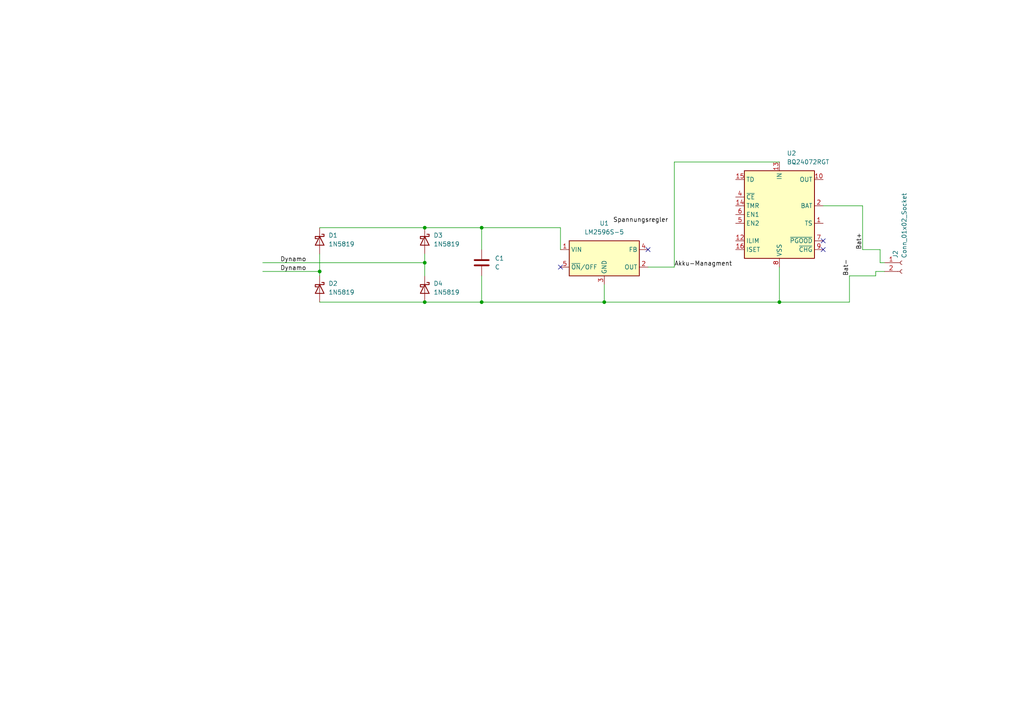
<source format=kicad_sch>
(kicad_sch (version 20250114) (generator "eeschema") (generator_version "9.0")
  (paper "A4")
  (lib_symbols
    (symbol "Battery_Management:BQ24072RGT"
      (property "Reference" "U" (at -8.89 13.97 0))
      (property "Value" "BQ24072RGT" (at 16.51 13.97 0))
      (symbol "BQ24072RGT_0_1"
        (rectangle (start -10.16 12.7) (end 10.16 -12.7) (stroke (width 0.254)) (fill (type background)))
      )
      (symbol "BQ24072RGT_1_1"
        (pin input line (at -12.7 10.16 0) (length 2.54) (name "TD") (number "15"))
        (pin input line (at -12.7 5.08 0) (length 2.54) (name "~{CE}") (number "4"))
        (pin input line (at -12.7 2.54 0) (length 2.54) (name "TMR") (number "14"))
        (pin input line (at -12.7 0 0) (length 2.54) (name "EN1") (number "6"))
        (pin input line (at -12.7 -2.54 0) (length 2.54) (name "EN2") (number "5"))
        (pin passive line (at -12.7 -7.62 0) (length 2.54) (name "ILIM") (number "12"))
        (pin passive line (at -12.7 -10.16 0) (length 2.54) (name "ISET") (number "16"))
        (pin power_in line (at 0 15.24 270) (length 2.54) (name "IN") (number "13"))
        (pin passive line (at 0 -15.24 90) (length 2.54) (hide yes) (name "VSS") (number "17"))
        (pin power_in line (at 0 -15.24 90) (length 2.54) (name "VSS") (number "8"))
        (pin power_out line (at 12.7 10.16 180) (length 2.54) (name "OUT") (number "10"))
        (pin passive line (at 12.7 10.16 180) (length 2.54) (hide yes) (name "OUT") (number "11"))
        (pin power_out line (at 12.7 2.54 180) (length 2.54) (name "BAT") (number "2"))
        (pin passive line (at 12.7 2.54 180) (length 2.54) (hide yes) (name "BAT") (number "3"))
        (pin passive line (at 12.7 -2.54 180) (length 2.54) (name "TS") (number "1"))
        (pin open_collector line (at 12.7 -7.62 180) (length 2.54) (name "~{PGOOD}") (number "7"))
        (pin open_collector line (at 12.7 -10.16 180) (length 2.54) (name "~{CHG}") (number "9"))
      )
    )
    (symbol "Connector:Conn_01x02_Socket" (pin_names (offset 1.016) (hide yes))
      (property "Reference" "J" (at 0 2.54 0))
      (property "Value" "Conn_01x02_Socket" (at 0 -5.08 0))
      (symbol "Conn_01x02_Socket_1_1"
        (polyline (pts (xy -1.27 0) (xy -0.508 0)) (stroke (width 0.1524)))
        (polyline (pts (xy -1.27 -2.54) (xy -0.508 -2.54)) (stroke (width 0.1524)))
        (arc (start 0 -0.508) (mid -0.5058 0) (end 0 0.508) (stroke (width 0.1524)))
        (arc (start 0 -3.048) (mid -0.5058 -2.54) (end 0 -2.032) (stroke (width 0.1524)))
        (pin passive line (at -5.08 0 0) (length 3.81) (name "Pin_1") (number "1"))
        (pin passive line (at -5.08 -2.54 0) (length 3.81) (name "Pin_2") (number "2"))
      )
    )
    (symbol "Device:C" (pin_numbers (hide yes)) (pin_names (offset 0.254))
      (property "Reference" "C" (at 0.635 2.54 0))
      (property "Value" "C" (at 0.635 -2.54 0))
      (symbol "C_0_1"
        (polyline (pts (xy -2.032 0.762) (xy 2.032 0.762)) (stroke (width 0.508)))
        (polyline (pts (xy -2.032 -0.762) (xy 2.032 -0.762)) (stroke (width 0.508)))
      )
      (symbol "C_1_1"
        (pin passive line (at 0 3.81 270) (length 2.794) (name "~") (number "1"))
        (pin passive line (at 0 -3.81 90) (length 2.794) (name "~") (number "2"))
      )
    )
    (symbol "Diode:1N5819" (pin_numbers (hide yes)) (pin_names (offset 1.016) (hide yes))
      (property "Reference" "D" (at 0 2.54 0))
      (property "Value" "1N5819" (at 0 -2.54 0))
      (symbol "1N5819_0_1"
        (polyline (pts (xy -1.905 0.635) (xy -1.905 1.27) (xy -1.27 1.27) (xy -1.27 -1.27) (xy -0.635 -1.27) (xy -0.635 -0.635)) (stroke (width 0.254)))
        (polyline (pts (xy 1.27 1.27) (xy 1.27 -1.27) (xy -1.27 0) (xy 1.27 1.27)) (stroke (width 0.254)))
        (polyline (pts (xy 1.27 0) (xy -1.27 0)))
      )
      (symbol "1N5819_1_1"
        (pin passive line (at -3.81 0 0) (length 2.54) (name "K") (number "1"))
        (pin passive line (at 3.81 0 180) (length 2.54) (name "A") (number "2"))
      )
    )
    (symbol "Regulator_Switching:LM2596S-5"
      (property "Reference" "U" (at -10.16 6.35 0))
      (property "Value" "LM2596S-5" (at 0 6.35 0))
      (symbol "LM2596S-5_0_1"
        (rectangle (start -10.16 5.08) (end 10.16 -5.08) (stroke (width 0.254)) (fill (type background)))
      )
      (symbol "LM2596S-5_1_1"
        (pin power_in line (at -12.7 2.54 0) (length 2.54) (name "VIN") (number "1"))
        (pin input line (at -12.7 -2.54 0) (length 2.54) (name "~{ON}/OFF") (number "5"))
        (pin power_in line (at 0 -7.62 90) (length 2.54) (name "GND") (number "3"))
        (pin input line (at 12.7 2.54 180) (length 2.54) (name "FB") (number "4"))
        (pin output line (at 12.7 -2.54 180) (length 2.54) (name "OUT") (number "2"))
      )
    )
  )
  (junction (at 175.26 87.63))
  (junction (at 92.71 78.74))
  (junction (at 226.06 87.63))
  (junction (at 123.19 66.04))
  (junction (at 123.19 87.63))
  (junction (at 123.19 76.2))
  (junction (at 139.7 87.63))
  (junction (at 139.7 66.04))
  (no_connect (at 162.56 77.47))
  (no_connect (at 238.76 72.39))
  (no_connect (at 238.76 69.85))
  (no_connect (at 187.96 72.39))
  (wire (pts (xy 123.19 87.63) (xy 139.7 87.63)))
  (wire (pts (xy 123.19 73.66) (xy 123.19 76.2)))
  (wire (pts (xy 255.27 72.39) (xy 255.27 76.2)))
  (wire (pts (xy 254 78.74) (xy 256.54 78.74)))
  (wire (pts (xy 255.27 76.2) (xy 256.54 76.2)))
  (wire (pts (xy 246.38 80.01) (xy 246.38 87.63)))
  (wire (pts (xy 254 80.01) (xy 254 78.74)))
  (wire (pts (xy 226.06 87.63) (xy 175.26 87.63)))
  (wire (pts (xy 92.71 66.04) (xy 123.19 66.04)))
  (wire (pts (xy 92.71 73.66) (xy 92.71 78.74)))
  (wire (pts (xy 139.7 80.01) (xy 139.7 87.63)))
  (wire (pts (xy 123.19 76.2) (xy 123.19 80.01)))
  (wire (pts (xy 187.96 77.47) (xy 195.58 77.47)))
  (wire (pts (xy 123.19 66.04) (xy 139.7 66.04)))
  (wire (pts (xy 76.2 78.74) (xy 92.71 78.74)))
  (wire (pts (xy 92.71 78.74) (xy 92.71 80.01)))
  (wire (pts (xy 139.7 66.04) (xy 139.7 72.39)))
  (wire (pts (xy 246.38 87.63) (xy 226.06 87.63)))
  (wire (pts (xy 175.26 82.55) (xy 175.26 87.63)))
  (wire (pts (xy 195.58 46.99) (xy 195.58 77.47)))
  (wire (pts (xy 250.19 59.69) (xy 250.19 72.39)))
  (wire (pts (xy 226.06 46.99) (xy 195.58 46.99)))
  (wire (pts (xy 250.19 72.39) (xy 255.27 72.39)))
  (wire (pts (xy 92.71 87.63) (xy 123.19 87.63)))
  (wire (pts (xy 162.56 66.04) (xy 162.56 72.39)))
  (wire (pts (xy 139.7 66.04) (xy 162.56 66.04)))
  (wire (pts (xy 246.38 80.01) (xy 254 80.01)))
  (wire (pts (xy 238.76 59.69) (xy 250.19 59.69)))
  (wire (pts (xy 76.2 76.2) (xy 123.19 76.2)))
  (wire (pts (xy 139.7 87.63) (xy 175.26 87.63)))
  (wire (pts (xy 226.06 77.47) (xy 226.06 87.63)))
  (label "Dynamo" (at 81.28 76.2 0))
  (label "Spannungsregler" (at 177.8 64.77 0))
  (label "Dynamo" (at 81.28 78.74 0))
  (label "Bat+" (at 250.19 72.39 90))
  (label "Akku-Managment" (at 195.58 77.47 0))
  (label "Bat-" (at 246.38 80.01 90))
  (symbol (lib_id "Diode:1N5819") (at 92.71 69.85 270) (unit 1)
    (property "Reference" "D1" (at 95.25 68.2624 90) (effects (justify left)))
    (property "Value" "1N5819" (at 95.25 70.8024 90) (effects (justify left)))
    (property "Footprint" "Diode_THT:D_DO-41_SOD81_P10.16mm_Horizontal" (effects (hide yes)))
    (property "Datasheet" "http://www.vishay.com/docs/88525/1n5817.pdf" (effects (hide yes)))
    (property "Description" "40V 1A Schottky Barrier Rectifier Diode, DO-41" (effects (hide yes)))
  )
  (symbol (lib_id "Connector:Conn_01x02_Socket") (at 261.62 76.2 0) (unit 1)
    (property "Reference" "J2" (at 259.7149 74.93 90) (effects (justify left)))
    (property "Value" "Conn_01x02_Socket" (at 262.2549 74.93 90) (effects (justify left)))
    (property "Footprint" "Connector_PinHeader_1.00mm:PinHeader_1x02_P1.00mm_Vertical" (effects (hide yes)))
    (property "Description" "Generic connector, single row, 01x02, script generated" (effects (hide yes)))
  )
  (symbol (lib_id "Diode:1N5819") (at 123.19 69.85 270) (unit 1)
    (property "Reference" "D3" (at 125.73 68.2624 90) (effects (justify left)))
    (property "Value" "1N5819" (at 125.73 70.8024 90) (effects (justify left)))
    (property "Footprint" "Diode_THT:D_DO-41_SOD81_P10.16mm_Horizontal" (effects (hide yes)))
    (property "Datasheet" "http://www.vishay.com/docs/88525/1n5817.pdf" (effects (hide yes)))
    (property "Description" "40V 1A Schottky Barrier Rectifier Diode, DO-41" (effects (hide yes)))
  )
  (symbol (lib_id "Battery_Management:BQ24072RGT") (at 226.06 62.23 0) (unit 1)
    (property "Reference" "U2" (at 228.2033 44.45 0) (effects (justify left)))
    (property "Value" "BQ24072RGT" (at 228.2033 46.99 0) (effects (justify left)))
    (property "Footprint" "Package_DFN_QFN:VQFN-16-1EP_3x3mm_P0.5mm_EP1.6x1.6mm" (effects (hide yes)))
    (property "Datasheet" "http://www.ti.com/lit/ds/symlink/bq24072.pdf" (effects (hide yes)))
    (property "Description" "USB-Friendly Li-Ion Battery Charger and Power-Path Management, VQFN-16" (effects (hide yes)))
  )
  (symbol (lib_id "Device:C") (at 139.7 76.2 0) (unit 1)
    (property "Reference" "C1" (at 143.51 74.9299 0) (effects (justify left)))
    (property "Value" "C" (at 143.51 77.4699 0) (effects (justify left)))
    (property "Description" "Unpolarized capacitor" (effects (hide yes)))
  )
  (symbol (lib_id "Diode:1N5819") (at 123.19 83.82 270) (unit 1)
    (property "Reference" "D4" (at 125.73 82.2324 90) (effects (justify left)))
    (property "Value" "1N5819" (at 125.73 84.7724 90) (effects (justify left)))
    (property "Footprint" "Diode_THT:D_DO-41_SOD81_P10.16mm_Horizontal" (effects (hide yes)))
    (property "Datasheet" "http://www.vishay.com/docs/88525/1n5817.pdf" (effects (hide yes)))
    (property "Description" "40V 1A Schottky Barrier Rectifier Diode, DO-41" (effects (hide yes)))
  )
  (symbol (lib_id "Diode:1N5819") (at 92.71 83.82 270) (unit 1)
    (property "Reference" "D2" (at 95.25 82.2324 90) (effects (justify left)))
    (property "Value" "1N5819" (at 95.25 84.7724 90) (effects (justify left)))
    (property "Footprint" "Diode_THT:D_DO-41_SOD81_P10.16mm_Horizontal" (effects (hide yes)))
    (property "Datasheet" "http://www.vishay.com/docs/88525/1n5817.pdf" (effects (hide yes)))
    (property "Description" "40V 1A Schottky Barrier Rectifier Diode, DO-41" (effects (hide yes)))
  )
  (symbol (lib_id "Regulator_Switching:LM2596S-5") (at 175.26 74.93 0) (unit 1)
    (property "Reference" "U1" (at 175.26 64.77 0))
    (property "Value" "LM2596S-5" (at 175.26 67.31 0))
    (property "Footprint" "Package_TO_SOT_SMD:TO-263-5_TabPin3" (effects (hide yes)))
    (property "Datasheet" "http://www.ti.com/lit/ds/symlink/lm2596.pdf" (effects (hide yes)))
    (property "Description" "5V 3A Step-Down Voltage Regulator, TO-263" (effects (hide yes)))
  )
)
</source>
